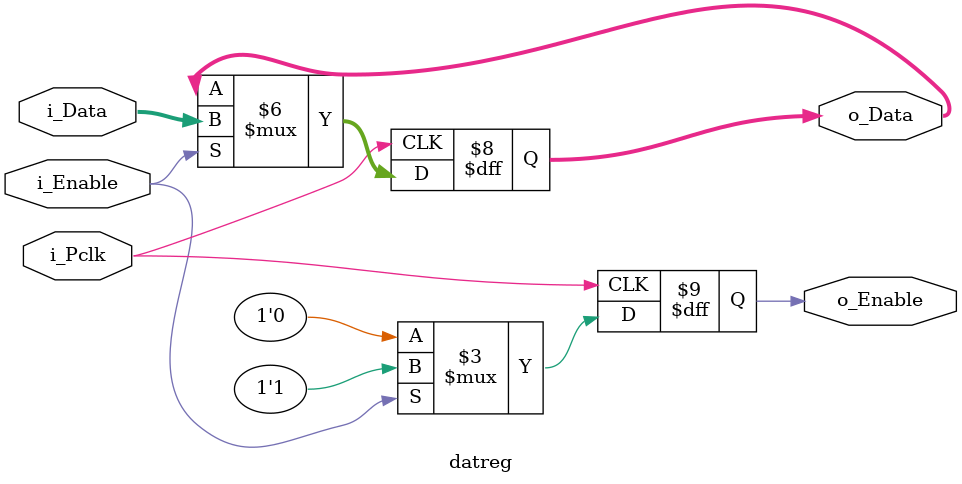
<source format=v>

module datreg(
  input         i_Pclk,
  input         i_Enable,
  input [7:0]   i_Data,
  output reg [7:0] o_Data,
  output reg       o_Enable
  );

  always @ (posedge i_Pclk) begin
    if (i_Enable) begin
      o_Data <= i_Data;
      o_Enable <= 1;
    end else begin
      o_Enable <= 0;
    end
  end
endmodule

</source>
